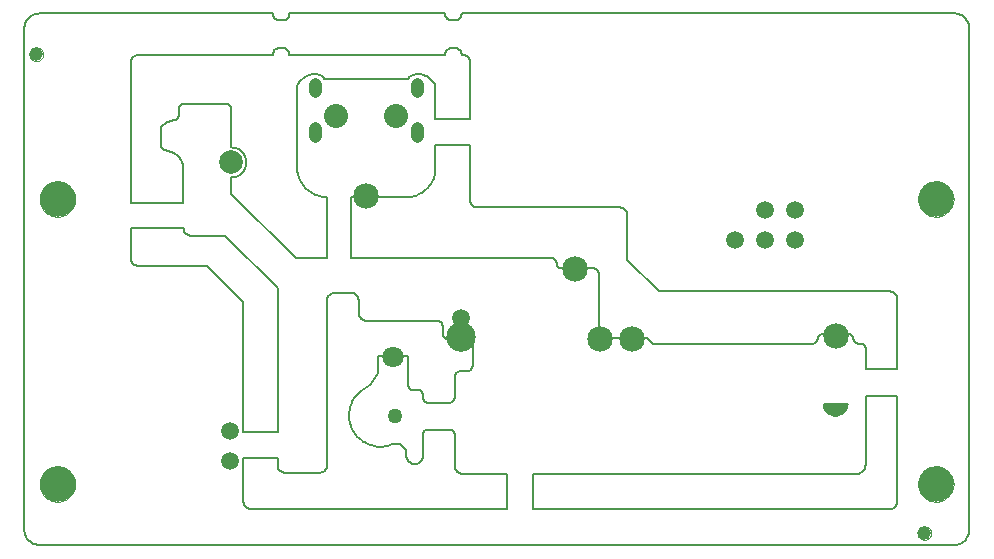
<source format=gbs>
G75*
G70*
%OFA0B0*%
%FSLAX24Y24*%
%IPPOS*%
%LPD*%
%AMOC8*
5,1,8,0,0,1.08239X$1,22.5*
%
%ADD10C,0.0050*%
%ADD11C,0.0000*%
%ADD12C,0.1181*%
%ADD13C,0.0004*%
%ADD14C,0.0433*%
%ADD15C,0.0709*%
%ADD16C,0.0500*%
%ADD17C,0.0850*%
%ADD18C,0.0984*%
%ADD19C,0.0591*%
%ADD20C,0.0454*%
%ADD21C,0.0787*%
%ADD22C,0.0800*%
D10*
X001427Y000927D02*
X031912Y000927D01*
X031957Y000928D01*
X032000Y000934D01*
X032044Y000943D01*
X032086Y000956D01*
X032127Y000972D01*
X032166Y000992D01*
X032204Y001015D01*
X032239Y001042D01*
X032272Y001071D01*
X032302Y001104D01*
X032329Y001138D01*
X032353Y001175D01*
X032374Y001214D01*
X032392Y001255D01*
X032405Y001297D01*
X032415Y001340D01*
X032422Y001383D01*
X032424Y001427D01*
X032423Y001427D02*
X032423Y018144D01*
X032424Y018145D02*
X032421Y018188D01*
X032415Y018232D01*
X032405Y018275D01*
X032391Y018317D01*
X032374Y018357D01*
X032353Y018396D01*
X032329Y018433D01*
X032302Y018468D01*
X032271Y018500D01*
X032239Y018529D01*
X032203Y018555D01*
X032166Y018579D01*
X032127Y018598D01*
X032086Y018615D01*
X032043Y018627D01*
X032000Y018636D01*
X031957Y018642D01*
X031912Y018643D01*
X031912Y018642D02*
X015500Y018642D01*
X015500Y018614D01*
X015496Y018586D01*
X015489Y018559D01*
X015478Y018533D01*
X015464Y018509D01*
X015447Y018487D01*
X015427Y018467D01*
X015405Y018450D01*
X015381Y018436D01*
X015355Y018425D01*
X015328Y018418D01*
X015300Y018414D01*
X015150Y018414D01*
X015122Y018418D01*
X015095Y018425D01*
X015069Y018436D01*
X015045Y018450D01*
X015023Y018467D01*
X015003Y018487D01*
X014986Y018509D01*
X014972Y018533D01*
X014961Y018559D01*
X014954Y018586D01*
X014950Y018614D01*
X014950Y018642D01*
X009762Y018642D01*
X009762Y018614D01*
X009758Y018586D01*
X009751Y018559D01*
X009740Y018533D01*
X009726Y018509D01*
X009709Y018487D01*
X009689Y018467D01*
X009667Y018450D01*
X009643Y018436D01*
X009617Y018425D01*
X009590Y018418D01*
X009562Y018414D01*
X009412Y018414D01*
X009413Y018414D02*
X009384Y018418D01*
X009357Y018425D01*
X009331Y018435D01*
X009306Y018449D01*
X009283Y018466D01*
X009263Y018486D01*
X009245Y018508D01*
X009231Y018533D01*
X009219Y018559D01*
X009212Y018586D01*
X009208Y018614D01*
X009207Y018642D01*
X001427Y018642D01*
X001383Y018640D01*
X001340Y018635D01*
X001298Y018625D01*
X001256Y018612D01*
X001216Y018596D01*
X001177Y018576D01*
X001141Y018552D01*
X001106Y018526D01*
X001074Y018497D01*
X001044Y018465D01*
X001018Y018430D01*
X000994Y018393D01*
X000974Y018355D01*
X000957Y018315D01*
X000944Y018273D01*
X000935Y018231D01*
X000929Y018187D01*
X000927Y018144D01*
X000927Y001427D01*
X000929Y001383D01*
X000935Y001340D01*
X000944Y001298D01*
X000957Y001256D01*
X000974Y001216D01*
X000994Y001177D01*
X001017Y001140D01*
X001044Y001106D01*
X001073Y001073D01*
X001106Y001044D01*
X001140Y001017D01*
X001177Y000994D01*
X001216Y000974D01*
X001256Y000957D01*
X001298Y000944D01*
X001340Y000935D01*
X001383Y000929D01*
X001427Y000927D01*
X008225Y002376D02*
X008225Y003826D01*
X009365Y003826D01*
X009365Y003586D01*
X009367Y003556D01*
X009372Y003526D01*
X009381Y003497D01*
X009394Y003470D01*
X009409Y003444D01*
X009428Y003420D01*
X009449Y003399D01*
X009473Y003380D01*
X009499Y003365D01*
X009526Y003352D01*
X009555Y003343D01*
X009585Y003338D01*
X009615Y003336D01*
X010765Y003336D01*
X010795Y003338D01*
X010825Y003343D01*
X010854Y003352D01*
X010881Y003365D01*
X010907Y003380D01*
X010931Y003399D01*
X010952Y003420D01*
X010971Y003444D01*
X010986Y003470D01*
X010999Y003497D01*
X011008Y003526D01*
X011013Y003556D01*
X011015Y003586D01*
X011015Y009086D01*
X011017Y009116D01*
X011022Y009146D01*
X011031Y009175D01*
X011044Y009202D01*
X011059Y009228D01*
X011078Y009252D01*
X011099Y009273D01*
X011123Y009292D01*
X011149Y009307D01*
X011176Y009320D01*
X011205Y009329D01*
X011235Y009334D01*
X011265Y009336D01*
X011815Y009336D01*
X011845Y009334D01*
X011875Y009329D01*
X011904Y009320D01*
X011931Y009307D01*
X011957Y009292D01*
X011981Y009273D01*
X012002Y009252D01*
X012021Y009228D01*
X012036Y009202D01*
X012049Y009175D01*
X012058Y009146D01*
X012063Y009116D01*
X012065Y009086D01*
X012065Y008686D01*
X012067Y008652D01*
X012073Y008619D01*
X012082Y008587D01*
X012095Y008556D01*
X012111Y008526D01*
X012130Y008499D01*
X012153Y008474D01*
X012178Y008451D01*
X012205Y008432D01*
X012235Y008416D01*
X012266Y008403D01*
X012298Y008394D01*
X012331Y008388D01*
X012365Y008386D01*
X014715Y008386D01*
X014738Y008384D01*
X014761Y008379D01*
X014783Y008370D01*
X014803Y008357D01*
X014821Y008342D01*
X014836Y008324D01*
X014849Y008304D01*
X014858Y008282D01*
X014863Y008259D01*
X014865Y008236D01*
X014865Y007986D01*
X014865Y007985D02*
X014868Y007957D01*
X014876Y007930D01*
X014887Y007904D01*
X014901Y007880D01*
X014919Y007858D01*
X014939Y007838D01*
X014961Y007821D01*
X014986Y007807D01*
X015012Y007796D01*
X015039Y007789D01*
X015067Y007785D01*
X015096Y007786D01*
X015665Y007786D01*
X015691Y007784D01*
X015717Y007779D01*
X015742Y007771D01*
X015765Y007759D01*
X015787Y007745D01*
X015806Y007727D01*
X015824Y007708D01*
X015838Y007686D01*
X015850Y007663D01*
X015858Y007638D01*
X015863Y007612D01*
X015865Y007586D01*
X015865Y006896D01*
X015861Y006869D01*
X015854Y006843D01*
X015843Y006818D01*
X015829Y006795D01*
X015812Y006774D01*
X015792Y006756D01*
X015769Y006741D01*
X015745Y006729D01*
X015719Y006721D01*
X015692Y006717D01*
X015665Y006716D01*
X015465Y006716D01*
X015439Y006714D01*
X015413Y006709D01*
X015388Y006701D01*
X015365Y006689D01*
X015343Y006675D01*
X015324Y006657D01*
X015306Y006638D01*
X015292Y006616D01*
X015280Y006593D01*
X015272Y006568D01*
X015267Y006542D01*
X015265Y006516D01*
X015265Y005830D01*
X015262Y005806D01*
X015256Y005784D01*
X015247Y005762D01*
X015235Y005742D01*
X015220Y005724D01*
X015203Y005708D01*
X015183Y005695D01*
X015162Y005685D01*
X015140Y005678D01*
X015117Y005674D01*
X015094Y005673D01*
X015093Y005673D02*
X014360Y005673D01*
X014360Y005674D02*
X014337Y005678D01*
X014315Y005685D01*
X014294Y005695D01*
X014275Y005708D01*
X014258Y005724D01*
X014244Y005742D01*
X014232Y005762D01*
X014223Y005783D01*
X014217Y005805D01*
X014214Y005828D01*
X014215Y005851D01*
X014215Y005913D01*
X014215Y005914D02*
X014215Y005937D01*
X014211Y005960D01*
X014205Y005982D01*
X014195Y006003D01*
X014183Y006022D01*
X014168Y006039D01*
X014150Y006054D01*
X014131Y006067D01*
X014110Y006076D01*
X014088Y006082D01*
X014065Y006086D01*
X013875Y006086D01*
X013875Y006087D02*
X013852Y006090D01*
X013830Y006097D01*
X013809Y006107D01*
X013789Y006120D01*
X013772Y006136D01*
X013756Y006153D01*
X013744Y006173D01*
X013735Y006195D01*
X013728Y006217D01*
X013725Y006240D01*
X013726Y006264D01*
X013725Y006263D02*
X013725Y007213D01*
X012725Y007213D01*
X012725Y006713D01*
X012704Y006656D01*
X012681Y006600D01*
X012654Y006546D01*
X012624Y006493D01*
X012592Y006442D01*
X012556Y006393D01*
X012518Y006346D01*
X012478Y006301D01*
X012435Y006258D01*
X012389Y006218D01*
X012341Y006181D01*
X012292Y006146D01*
X012240Y006114D01*
X012187Y006085D01*
X012187Y006086D02*
X012137Y006048D01*
X012089Y006007D01*
X012044Y005963D01*
X012002Y005917D01*
X011962Y005868D01*
X011926Y005816D01*
X011893Y005763D01*
X011863Y005708D01*
X011836Y005651D01*
X011813Y005592D01*
X011794Y005532D01*
X011778Y005471D01*
X011766Y005410D01*
X011757Y005347D01*
X011753Y005284D01*
X011752Y005222D01*
X011755Y005159D01*
X011762Y005096D01*
X011773Y005034D01*
X011787Y004973D01*
X011805Y004913D01*
X011827Y004854D01*
X011852Y004796D01*
X011881Y004740D01*
X011913Y004686D01*
X011948Y004634D01*
X011986Y004584D01*
X012027Y004536D01*
X012072Y004491D01*
X012118Y004449D01*
X012167Y004410D01*
X012219Y004374D01*
X012272Y004341D01*
X012328Y004311D01*
X012385Y004285D01*
X012443Y004262D01*
X012503Y004243D01*
X012564Y004227D01*
X012626Y004215D01*
X012688Y004207D01*
X012751Y004203D01*
X012814Y004202D01*
X012877Y004206D01*
X012939Y004213D01*
X013001Y004224D01*
X013063Y004238D01*
X013123Y004256D01*
X013182Y004278D01*
X013239Y004304D01*
X013240Y004303D02*
X013460Y004303D01*
X013660Y004103D01*
X013660Y003903D01*
X013659Y003903D02*
X013661Y003871D01*
X013666Y003839D01*
X013676Y003808D01*
X013689Y003778D01*
X013705Y003750D01*
X013724Y003724D01*
X013746Y003701D01*
X013771Y003680D01*
X013798Y003662D01*
X013827Y003648D01*
X013857Y003637D01*
X013889Y003629D01*
X013921Y003625D01*
X013953Y003625D01*
X013985Y003629D01*
X014017Y003637D01*
X014047Y003648D01*
X014076Y003662D01*
X014103Y003680D01*
X014128Y003701D01*
X014150Y003724D01*
X014169Y003750D01*
X014185Y003778D01*
X014198Y003808D01*
X014208Y003839D01*
X014213Y003871D01*
X014215Y003903D01*
X014215Y004625D01*
X014218Y004648D01*
X014225Y004670D01*
X014235Y004691D01*
X014248Y004711D01*
X014263Y004728D01*
X014281Y004743D01*
X014301Y004755D01*
X014322Y004765D01*
X014345Y004771D01*
X014368Y004774D01*
X014391Y004773D01*
X015115Y004773D01*
X015138Y004770D01*
X015160Y004763D01*
X015180Y004754D01*
X015200Y004742D01*
X015217Y004727D01*
X015232Y004710D01*
X015245Y004691D01*
X015254Y004670D01*
X015261Y004648D01*
X015264Y004626D01*
X015265Y004603D01*
X015265Y003586D01*
X015267Y003552D01*
X015273Y003519D01*
X015282Y003487D01*
X015295Y003456D01*
X015311Y003426D01*
X015330Y003399D01*
X015353Y003374D01*
X015378Y003351D01*
X015405Y003332D01*
X015435Y003316D01*
X015466Y003303D01*
X015498Y003294D01*
X015531Y003288D01*
X015565Y003286D01*
X017025Y003286D01*
X017025Y002126D01*
X008475Y002126D01*
X008445Y002128D01*
X008415Y002133D01*
X008386Y002142D01*
X008359Y002155D01*
X008333Y002170D01*
X008309Y002189D01*
X008288Y002210D01*
X008269Y002234D01*
X008254Y002260D01*
X008241Y002287D01*
X008232Y002316D01*
X008227Y002346D01*
X008225Y002376D01*
X008225Y004676D02*
X009365Y004676D01*
X009365Y009486D01*
X007615Y011236D01*
X006515Y011236D01*
X006485Y011235D01*
X006455Y011237D01*
X006426Y011243D01*
X006398Y011252D01*
X006370Y011263D01*
X006344Y011278D01*
X006320Y011296D01*
X006299Y011316D01*
X006279Y011339D01*
X006262Y011364D01*
X006248Y011390D01*
X006237Y011418D01*
X006230Y011447D01*
X006225Y011476D01*
X004475Y011476D01*
X004475Y010476D01*
X004477Y010446D01*
X004482Y010416D01*
X004491Y010387D01*
X004504Y010360D01*
X004519Y010334D01*
X004538Y010310D01*
X004559Y010289D01*
X004583Y010270D01*
X004609Y010255D01*
X004636Y010242D01*
X004665Y010233D01*
X004695Y010228D01*
X004725Y010226D01*
X007025Y010226D01*
X008225Y009026D01*
X008225Y004676D01*
X017875Y003286D02*
X017875Y002126D01*
X029775Y002126D01*
X029805Y002128D01*
X029835Y002133D01*
X029864Y002142D01*
X029891Y002155D01*
X029917Y002170D01*
X029941Y002189D01*
X029962Y002210D01*
X029981Y002234D01*
X029996Y002260D01*
X030009Y002287D01*
X030018Y002316D01*
X030023Y002346D01*
X030025Y002376D01*
X030025Y005901D01*
X028965Y005901D01*
X028965Y003636D01*
X028966Y003602D01*
X028963Y003568D01*
X028957Y003534D01*
X028947Y003502D01*
X028934Y003470D01*
X028918Y003440D01*
X028898Y003412D01*
X028876Y003386D01*
X028851Y003363D01*
X028824Y003342D01*
X028795Y003324D01*
X028764Y003310D01*
X028732Y003298D01*
X028699Y003290D01*
X028665Y003286D01*
X017875Y003286D01*
X021865Y007636D02*
X021665Y007836D01*
X020325Y007836D01*
X020295Y007838D01*
X020265Y007843D01*
X020236Y007852D01*
X020209Y007865D01*
X020183Y007880D01*
X020159Y007899D01*
X020138Y007920D01*
X020119Y007944D01*
X020104Y007970D01*
X020091Y007997D01*
X020082Y008026D01*
X020077Y008056D01*
X020075Y008086D01*
X020075Y009955D01*
X020072Y009983D01*
X020066Y010009D01*
X020056Y010035D01*
X020043Y010059D01*
X020027Y010081D01*
X020008Y010101D01*
X019986Y010118D01*
X019963Y010132D01*
X019938Y010143D01*
X019912Y010151D01*
X019885Y010155D01*
X019858Y010156D01*
X019858Y010155D02*
X018821Y010155D01*
X018798Y010157D01*
X018776Y010162D01*
X018755Y010170D01*
X018735Y010182D01*
X018718Y010197D01*
X018703Y010214D01*
X018690Y010234D01*
X018681Y010255D01*
X018676Y010277D01*
X018674Y010300D01*
X018675Y010299D02*
X018674Y010325D01*
X018670Y010349D01*
X018663Y010374D01*
X018652Y010396D01*
X018638Y010417D01*
X018621Y010436D01*
X018602Y010452D01*
X018580Y010466D01*
X018557Y010476D01*
X018533Y010483D01*
X018508Y010486D01*
X011825Y010486D01*
X011825Y012524D01*
X013725Y012524D01*
X013724Y012525D02*
X013785Y012530D01*
X013846Y012540D01*
X013905Y012553D01*
X013964Y012570D01*
X014022Y012590D01*
X014078Y012615D01*
X014132Y012642D01*
X014185Y012673D01*
X014235Y012708D01*
X014283Y012745D01*
X014329Y012786D01*
X014372Y012829D01*
X014413Y012875D01*
X014450Y012924D01*
X014484Y012974D01*
X014515Y013027D01*
X014542Y013082D01*
X014566Y013138D01*
X014586Y013196D01*
X014603Y013255D01*
X014616Y013314D01*
X014625Y013375D01*
X014625Y013374D02*
X014625Y014264D01*
X015785Y014264D01*
X015785Y012426D01*
X015787Y012396D01*
X015792Y012366D01*
X015801Y012337D01*
X015814Y012310D01*
X015829Y012284D01*
X015848Y012260D01*
X015869Y012239D01*
X015893Y012220D01*
X015919Y012205D01*
X015946Y012192D01*
X015975Y012183D01*
X016005Y012178D01*
X016035Y012176D01*
X020775Y012176D01*
X020805Y012174D01*
X020835Y012169D01*
X020864Y012160D01*
X020891Y012147D01*
X020917Y012132D01*
X020941Y012113D01*
X020962Y012092D01*
X020981Y012068D01*
X020996Y012042D01*
X021009Y012015D01*
X021018Y011986D01*
X021023Y011956D01*
X021025Y011926D01*
X021025Y010436D01*
X022075Y009376D01*
X029775Y009376D01*
X029805Y009374D01*
X029835Y009369D01*
X029864Y009360D01*
X029891Y009347D01*
X029917Y009332D01*
X029941Y009313D01*
X029962Y009292D01*
X029981Y009268D01*
X029996Y009242D01*
X030009Y009215D01*
X030018Y009186D01*
X030023Y009156D01*
X030025Y009126D01*
X030025Y006801D01*
X028965Y006801D01*
X028965Y007455D01*
X028966Y007479D01*
X028964Y007502D01*
X028958Y007524D01*
X028949Y007546D01*
X028938Y007566D01*
X028923Y007584D01*
X028906Y007600D01*
X028887Y007614D01*
X028866Y007624D01*
X028844Y007632D01*
X028822Y007636D01*
X028821Y007636D02*
X028758Y007636D01*
X028732Y007635D01*
X028706Y007639D01*
X028680Y007646D01*
X028656Y007657D01*
X028634Y007671D01*
X028614Y007688D01*
X028596Y007708D01*
X028582Y007730D01*
X028570Y007753D01*
X028563Y007779D01*
X028559Y007805D01*
X028558Y007805D02*
X028556Y007828D01*
X028551Y007851D01*
X028542Y007873D01*
X028529Y007893D01*
X028514Y007911D01*
X028496Y007926D01*
X028476Y007939D01*
X028454Y007948D01*
X028431Y007953D01*
X028408Y007955D01*
X027521Y007955D01*
X027498Y007953D01*
X027475Y007948D01*
X027453Y007939D01*
X027433Y007926D01*
X027415Y007911D01*
X027400Y007893D01*
X027387Y007873D01*
X027378Y007851D01*
X027373Y007828D01*
X027371Y007805D01*
X027367Y007779D01*
X027360Y007753D01*
X027348Y007730D01*
X027334Y007708D01*
X027316Y007688D01*
X027296Y007671D01*
X027274Y007657D01*
X027250Y007646D01*
X027224Y007639D01*
X027198Y007635D01*
X027172Y007636D01*
X027171Y007636D02*
X021865Y007636D01*
X027565Y005636D02*
X027572Y005562D01*
X027592Y005491D01*
X027625Y005425D01*
X027669Y005366D01*
X027724Y005316D01*
X027787Y005278D01*
X027855Y005251D01*
X027928Y005237D01*
X028002Y005237D01*
X028074Y005251D01*
X028143Y005278D01*
X028206Y005316D01*
X028260Y005366D01*
X028305Y005425D01*
X028338Y005491D01*
X028358Y005562D01*
X028365Y005636D01*
X027565Y005636D01*
X027565Y005632D02*
X028364Y005632D01*
X028360Y005583D02*
X027570Y005583D01*
X027579Y005535D02*
X028350Y005535D01*
X028335Y005486D02*
X027594Y005486D01*
X027618Y005438D02*
X028311Y005438D01*
X028278Y005389D02*
X027652Y005389D01*
X027697Y005341D02*
X028233Y005341D01*
X028167Y005292D02*
X027763Y005292D01*
X027893Y005244D02*
X028037Y005244D01*
X015785Y015114D02*
X014625Y015114D01*
X014625Y016238D01*
X014605Y016282D01*
X014581Y016324D01*
X014554Y016364D01*
X014524Y016402D01*
X014491Y016437D01*
X014455Y016470D01*
X014417Y016500D01*
X014377Y016527D01*
X014334Y016550D01*
X014290Y016570D01*
X014245Y016587D01*
X014198Y016600D01*
X014151Y016609D01*
X014103Y016614D01*
X014054Y016616D01*
X014006Y016614D01*
X013958Y016608D01*
X013911Y016598D01*
X013864Y016585D01*
X013819Y016568D01*
X013718Y016474D02*
X010928Y016474D01*
X010917Y016494D01*
X010903Y016513D01*
X010888Y016530D01*
X010870Y016545D01*
X010851Y016558D01*
X010831Y016568D01*
X010025Y016238D02*
X010025Y013374D01*
X010024Y013374D02*
X010034Y013315D01*
X010048Y013256D01*
X010066Y013198D01*
X010087Y013142D01*
X010111Y013087D01*
X010139Y013033D01*
X010170Y012982D01*
X010204Y012932D01*
X010240Y012884D01*
X010280Y012839D01*
X010322Y012796D01*
X010367Y012756D01*
X010415Y012719D01*
X010464Y012684D01*
X010515Y012653D01*
X010569Y012625D01*
X010623Y012600D01*
X010680Y012578D01*
X010737Y012560D01*
X010795Y012546D01*
X010855Y012535D01*
X010914Y012527D01*
X010974Y012524D01*
X010975Y012524D02*
X011025Y012524D01*
X011025Y010486D01*
X009965Y010486D01*
X007825Y012636D01*
X007825Y013176D01*
X007869Y013178D01*
X007912Y013184D01*
X007954Y013193D01*
X007996Y013206D01*
X008036Y013223D01*
X008075Y013243D01*
X008112Y013266D01*
X008146Y013293D01*
X008179Y013322D01*
X008208Y013355D01*
X008235Y013389D01*
X008258Y013426D01*
X008278Y013465D01*
X008295Y013505D01*
X008308Y013547D01*
X008317Y013589D01*
X008323Y013632D01*
X008325Y013676D01*
X008323Y013720D01*
X008317Y013763D01*
X008308Y013805D01*
X008295Y013847D01*
X008278Y013887D01*
X008258Y013926D01*
X008235Y013963D01*
X008208Y013997D01*
X008179Y014030D01*
X008146Y014059D01*
X008112Y014086D01*
X008075Y014109D01*
X008036Y014129D01*
X007996Y014146D01*
X007954Y014159D01*
X007912Y014168D01*
X007869Y014174D01*
X007825Y014176D01*
X007825Y015476D01*
X007823Y015499D01*
X007818Y015522D01*
X007809Y015544D01*
X007796Y015564D01*
X007781Y015582D01*
X007763Y015597D01*
X007743Y015610D01*
X007721Y015619D01*
X007698Y015624D01*
X007675Y015626D01*
X006225Y015626D01*
X006202Y015624D01*
X006179Y015619D01*
X006157Y015610D01*
X006137Y015597D01*
X006119Y015582D01*
X006104Y015564D01*
X006091Y015544D01*
X006082Y015522D01*
X006077Y015499D01*
X006075Y015476D01*
X006075Y015226D01*
X005925Y015076D02*
X005625Y014976D01*
X005599Y014967D01*
X005574Y014955D01*
X005551Y014939D01*
X005530Y014921D01*
X005512Y014900D01*
X005496Y014877D01*
X005484Y014852D01*
X005475Y014826D01*
X005475Y014226D01*
X005484Y014200D01*
X005496Y014175D01*
X005512Y014152D01*
X005530Y014131D01*
X005551Y014113D01*
X005574Y014097D01*
X005599Y014085D01*
X005625Y014076D01*
X005925Y013976D01*
X006225Y013526D02*
X006225Y012326D01*
X004475Y012326D01*
X004475Y017014D01*
X004477Y017044D01*
X004482Y017074D01*
X004491Y017103D01*
X004504Y017130D01*
X004519Y017156D01*
X004538Y017180D01*
X004559Y017201D01*
X004583Y017220D01*
X004609Y017235D01*
X004636Y017248D01*
X004665Y017257D01*
X004695Y017262D01*
X004725Y017264D01*
X009207Y017264D01*
X009207Y017265D02*
X009208Y017293D01*
X009212Y017321D01*
X009219Y017348D01*
X009231Y017374D01*
X009245Y017399D01*
X009263Y017421D01*
X009283Y017441D01*
X009306Y017458D01*
X009331Y017472D01*
X009357Y017482D01*
X009384Y017489D01*
X009413Y017493D01*
X009412Y017492D02*
X009562Y017492D01*
X009590Y017488D01*
X009617Y017481D01*
X009643Y017470D01*
X009667Y017456D01*
X009689Y017439D01*
X009709Y017419D01*
X009726Y017397D01*
X009740Y017373D01*
X009751Y017347D01*
X009758Y017320D01*
X009762Y017292D01*
X009762Y017264D01*
X014950Y017264D01*
X014950Y017292D01*
X014954Y017320D01*
X014961Y017347D01*
X014972Y017373D01*
X014986Y017397D01*
X015003Y017419D01*
X015023Y017439D01*
X015045Y017456D01*
X015069Y017470D01*
X015095Y017481D01*
X015122Y017488D01*
X015150Y017492D01*
X015300Y017492D01*
X015328Y017488D01*
X015355Y017481D01*
X015381Y017470D01*
X015405Y017456D01*
X015427Y017439D01*
X015447Y017419D01*
X015464Y017397D01*
X015478Y017373D01*
X015489Y017347D01*
X015496Y017320D01*
X015500Y017292D01*
X015500Y017264D01*
X015545Y017264D01*
X015574Y017262D01*
X015603Y017256D01*
X015632Y017246D01*
X015658Y017234D01*
X015683Y017218D01*
X015706Y017199D01*
X015727Y017178D01*
X015744Y017154D01*
X015759Y017128D01*
X015771Y017101D01*
X015779Y017073D01*
X015784Y017044D01*
X015785Y017014D01*
X015785Y015114D01*
X013818Y016568D02*
X013798Y016558D01*
X013778Y016545D01*
X013760Y016530D01*
X013744Y016513D01*
X013730Y016494D01*
X013719Y016474D01*
X010831Y016568D02*
X010786Y016585D01*
X010739Y016598D01*
X010692Y016608D01*
X010644Y016614D01*
X010596Y016616D01*
X010547Y016614D01*
X010499Y016609D01*
X010452Y016600D01*
X010405Y016587D01*
X010360Y016570D01*
X010316Y016550D01*
X010273Y016527D01*
X010233Y016500D01*
X010195Y016470D01*
X010159Y016437D01*
X010126Y016402D01*
X010096Y016364D01*
X010069Y016324D01*
X010045Y016282D01*
X010025Y016238D01*
X006075Y015226D02*
X006062Y015197D01*
X006046Y015171D01*
X006027Y015146D01*
X006005Y015124D01*
X005980Y015105D01*
X005954Y015089D01*
X005925Y015076D01*
X005925Y013976D02*
X005963Y013950D01*
X006000Y013922D01*
X006035Y013891D01*
X006067Y013857D01*
X006097Y013822D01*
X006125Y013784D01*
X006149Y013744D01*
X006170Y013703D01*
X006189Y013660D01*
X006204Y013616D01*
X006216Y013571D01*
X006225Y013526D01*
D11*
X001440Y012459D02*
X001442Y012507D01*
X001448Y012555D01*
X001458Y012602D01*
X001471Y012648D01*
X001489Y012693D01*
X001509Y012737D01*
X001534Y012779D01*
X001562Y012818D01*
X001592Y012855D01*
X001626Y012889D01*
X001663Y012921D01*
X001701Y012950D01*
X001742Y012975D01*
X001785Y012997D01*
X001830Y013015D01*
X001876Y013029D01*
X001923Y013040D01*
X001971Y013047D01*
X002019Y013050D01*
X002067Y013049D01*
X002115Y013044D01*
X002163Y013035D01*
X002209Y013023D01*
X002254Y013006D01*
X002298Y012986D01*
X002340Y012963D01*
X002380Y012936D01*
X002418Y012906D01*
X002453Y012873D01*
X002485Y012837D01*
X002515Y012799D01*
X002541Y012758D01*
X002563Y012715D01*
X002583Y012671D01*
X002598Y012626D01*
X002610Y012579D01*
X002618Y012531D01*
X002622Y012483D01*
X002622Y012435D01*
X002618Y012387D01*
X002610Y012339D01*
X002598Y012292D01*
X002583Y012247D01*
X002563Y012203D01*
X002541Y012160D01*
X002515Y012119D01*
X002485Y012081D01*
X002453Y012045D01*
X002418Y012012D01*
X002380Y011982D01*
X002340Y011955D01*
X002298Y011932D01*
X002254Y011912D01*
X002209Y011895D01*
X002163Y011883D01*
X002115Y011874D01*
X002067Y011869D01*
X002019Y011868D01*
X001971Y011871D01*
X001923Y011878D01*
X001876Y011889D01*
X001830Y011903D01*
X001785Y011921D01*
X001742Y011943D01*
X001701Y011968D01*
X001663Y011997D01*
X001626Y012029D01*
X001592Y012063D01*
X001562Y012100D01*
X001534Y012139D01*
X001509Y012181D01*
X001489Y012225D01*
X001471Y012270D01*
X001458Y012316D01*
X001448Y012363D01*
X001442Y012411D01*
X001440Y012459D01*
X001094Y017283D02*
X001096Y017313D01*
X001102Y017342D01*
X001111Y017370D01*
X001124Y017396D01*
X001141Y017421D01*
X001160Y017444D01*
X001183Y017463D01*
X001207Y017480D01*
X001234Y017493D01*
X001262Y017502D01*
X001291Y017508D01*
X001321Y017510D01*
X001351Y017508D01*
X001380Y017502D01*
X001408Y017493D01*
X001434Y017480D01*
X001459Y017463D01*
X001482Y017444D01*
X001501Y017421D01*
X001518Y017397D01*
X001531Y017370D01*
X001540Y017342D01*
X001546Y017313D01*
X001548Y017283D01*
X001546Y017253D01*
X001540Y017224D01*
X001531Y017196D01*
X001518Y017170D01*
X001501Y017145D01*
X001482Y017122D01*
X001459Y017103D01*
X001435Y017086D01*
X001408Y017073D01*
X001380Y017064D01*
X001351Y017058D01*
X001321Y017056D01*
X001291Y017058D01*
X001262Y017064D01*
X001234Y017073D01*
X001208Y017086D01*
X001183Y017103D01*
X001160Y017122D01*
X001141Y017145D01*
X001124Y017169D01*
X001111Y017196D01*
X001102Y017224D01*
X001096Y017253D01*
X001094Y017283D01*
X001440Y002959D02*
X001442Y003007D01*
X001448Y003055D01*
X001458Y003102D01*
X001471Y003148D01*
X001489Y003193D01*
X001509Y003237D01*
X001534Y003279D01*
X001562Y003318D01*
X001592Y003355D01*
X001626Y003389D01*
X001663Y003421D01*
X001701Y003450D01*
X001742Y003475D01*
X001785Y003497D01*
X001830Y003515D01*
X001876Y003529D01*
X001923Y003540D01*
X001971Y003547D01*
X002019Y003550D01*
X002067Y003549D01*
X002115Y003544D01*
X002163Y003535D01*
X002209Y003523D01*
X002254Y003506D01*
X002298Y003486D01*
X002340Y003463D01*
X002380Y003436D01*
X002418Y003406D01*
X002453Y003373D01*
X002485Y003337D01*
X002515Y003299D01*
X002541Y003258D01*
X002563Y003215D01*
X002583Y003171D01*
X002598Y003126D01*
X002610Y003079D01*
X002618Y003031D01*
X002622Y002983D01*
X002622Y002935D01*
X002618Y002887D01*
X002610Y002839D01*
X002598Y002792D01*
X002583Y002747D01*
X002563Y002703D01*
X002541Y002660D01*
X002515Y002619D01*
X002485Y002581D01*
X002453Y002545D01*
X002418Y002512D01*
X002380Y002482D01*
X002340Y002455D01*
X002298Y002432D01*
X002254Y002412D01*
X002209Y002395D01*
X002163Y002383D01*
X002115Y002374D01*
X002067Y002369D01*
X002019Y002368D01*
X001971Y002371D01*
X001923Y002378D01*
X001876Y002389D01*
X001830Y002403D01*
X001785Y002421D01*
X001742Y002443D01*
X001701Y002468D01*
X001663Y002497D01*
X001626Y002529D01*
X001592Y002563D01*
X001562Y002600D01*
X001534Y002639D01*
X001509Y002681D01*
X001489Y002725D01*
X001471Y002770D01*
X001458Y002816D01*
X001448Y002863D01*
X001442Y002911D01*
X001440Y002959D01*
X030698Y001321D02*
X030700Y001351D01*
X030706Y001380D01*
X030715Y001408D01*
X030728Y001434D01*
X030745Y001459D01*
X030764Y001482D01*
X030787Y001501D01*
X030811Y001518D01*
X030838Y001531D01*
X030866Y001540D01*
X030895Y001546D01*
X030925Y001548D01*
X030955Y001546D01*
X030984Y001540D01*
X031012Y001531D01*
X031038Y001518D01*
X031063Y001501D01*
X031086Y001482D01*
X031105Y001459D01*
X031122Y001435D01*
X031135Y001408D01*
X031144Y001380D01*
X031150Y001351D01*
X031152Y001321D01*
X031150Y001291D01*
X031144Y001262D01*
X031135Y001234D01*
X031122Y001208D01*
X031105Y001183D01*
X031086Y001160D01*
X031063Y001141D01*
X031039Y001124D01*
X031012Y001111D01*
X030984Y001102D01*
X030955Y001096D01*
X030925Y001094D01*
X030895Y001096D01*
X030866Y001102D01*
X030838Y001111D01*
X030812Y001124D01*
X030787Y001141D01*
X030764Y001160D01*
X030745Y001183D01*
X030728Y001207D01*
X030715Y001234D01*
X030706Y001262D01*
X030700Y001291D01*
X030698Y001321D01*
X030718Y002959D02*
X030720Y003007D01*
X030726Y003055D01*
X030736Y003102D01*
X030749Y003148D01*
X030767Y003193D01*
X030787Y003237D01*
X030812Y003279D01*
X030840Y003318D01*
X030870Y003355D01*
X030904Y003389D01*
X030941Y003421D01*
X030979Y003450D01*
X031020Y003475D01*
X031063Y003497D01*
X031108Y003515D01*
X031154Y003529D01*
X031201Y003540D01*
X031249Y003547D01*
X031297Y003550D01*
X031345Y003549D01*
X031393Y003544D01*
X031441Y003535D01*
X031487Y003523D01*
X031532Y003506D01*
X031576Y003486D01*
X031618Y003463D01*
X031658Y003436D01*
X031696Y003406D01*
X031731Y003373D01*
X031763Y003337D01*
X031793Y003299D01*
X031819Y003258D01*
X031841Y003215D01*
X031861Y003171D01*
X031876Y003126D01*
X031888Y003079D01*
X031896Y003031D01*
X031900Y002983D01*
X031900Y002935D01*
X031896Y002887D01*
X031888Y002839D01*
X031876Y002792D01*
X031861Y002747D01*
X031841Y002703D01*
X031819Y002660D01*
X031793Y002619D01*
X031763Y002581D01*
X031731Y002545D01*
X031696Y002512D01*
X031658Y002482D01*
X031618Y002455D01*
X031576Y002432D01*
X031532Y002412D01*
X031487Y002395D01*
X031441Y002383D01*
X031393Y002374D01*
X031345Y002369D01*
X031297Y002368D01*
X031249Y002371D01*
X031201Y002378D01*
X031154Y002389D01*
X031108Y002403D01*
X031063Y002421D01*
X031020Y002443D01*
X030979Y002468D01*
X030941Y002497D01*
X030904Y002529D01*
X030870Y002563D01*
X030840Y002600D01*
X030812Y002639D01*
X030787Y002681D01*
X030767Y002725D01*
X030749Y002770D01*
X030736Y002816D01*
X030726Y002863D01*
X030720Y002911D01*
X030718Y002959D01*
X030718Y012459D02*
X030720Y012507D01*
X030726Y012555D01*
X030736Y012602D01*
X030749Y012648D01*
X030767Y012693D01*
X030787Y012737D01*
X030812Y012779D01*
X030840Y012818D01*
X030870Y012855D01*
X030904Y012889D01*
X030941Y012921D01*
X030979Y012950D01*
X031020Y012975D01*
X031063Y012997D01*
X031108Y013015D01*
X031154Y013029D01*
X031201Y013040D01*
X031249Y013047D01*
X031297Y013050D01*
X031345Y013049D01*
X031393Y013044D01*
X031441Y013035D01*
X031487Y013023D01*
X031532Y013006D01*
X031576Y012986D01*
X031618Y012963D01*
X031658Y012936D01*
X031696Y012906D01*
X031731Y012873D01*
X031763Y012837D01*
X031793Y012799D01*
X031819Y012758D01*
X031841Y012715D01*
X031861Y012671D01*
X031876Y012626D01*
X031888Y012579D01*
X031896Y012531D01*
X031900Y012483D01*
X031900Y012435D01*
X031896Y012387D01*
X031888Y012339D01*
X031876Y012292D01*
X031861Y012247D01*
X031841Y012203D01*
X031819Y012160D01*
X031793Y012119D01*
X031763Y012081D01*
X031731Y012045D01*
X031696Y012012D01*
X031658Y011982D01*
X031618Y011955D01*
X031576Y011932D01*
X031532Y011912D01*
X031487Y011895D01*
X031441Y011883D01*
X031393Y011874D01*
X031345Y011869D01*
X031297Y011868D01*
X031249Y011871D01*
X031201Y011878D01*
X031154Y011889D01*
X031108Y011903D01*
X031063Y011921D01*
X031020Y011943D01*
X030979Y011968D01*
X030941Y011997D01*
X030904Y012029D01*
X030870Y012063D01*
X030840Y012100D01*
X030812Y012139D01*
X030787Y012181D01*
X030767Y012225D01*
X030749Y012270D01*
X030736Y012316D01*
X030726Y012363D01*
X030720Y012411D01*
X030718Y012459D01*
D12*
X031309Y012459D03*
X031309Y002959D03*
X002031Y002959D03*
X002031Y012459D03*
D13*
X010516Y014566D02*
X010516Y014810D01*
X010518Y014830D01*
X010523Y014849D01*
X010532Y014867D01*
X010544Y014883D01*
X010559Y014896D01*
X010576Y014907D01*
X010594Y014914D01*
X010614Y014918D01*
X010634Y014918D01*
X010654Y014914D01*
X010672Y014907D01*
X010689Y014896D01*
X010704Y014883D01*
X010716Y014867D01*
X010725Y014849D01*
X010730Y014830D01*
X010732Y014810D01*
X010732Y014566D01*
X010730Y014546D01*
X010725Y014527D01*
X010716Y014509D01*
X010704Y014493D01*
X010689Y014480D01*
X010672Y014469D01*
X010654Y014462D01*
X010634Y014458D01*
X010614Y014458D01*
X010594Y014462D01*
X010576Y014469D01*
X010559Y014480D01*
X010544Y014493D01*
X010532Y014509D01*
X010523Y014527D01*
X010518Y014546D01*
X010516Y014566D01*
X010516Y016062D02*
X010516Y016306D01*
X010518Y016326D01*
X010523Y016345D01*
X010532Y016363D01*
X010544Y016379D01*
X010559Y016392D01*
X010576Y016403D01*
X010594Y016410D01*
X010614Y016414D01*
X010634Y016414D01*
X010654Y016410D01*
X010672Y016403D01*
X010689Y016392D01*
X010704Y016379D01*
X010716Y016363D01*
X010725Y016345D01*
X010730Y016326D01*
X010732Y016306D01*
X010732Y016062D01*
X010730Y016042D01*
X010725Y016023D01*
X010716Y016005D01*
X010704Y015989D01*
X010689Y015976D01*
X010672Y015965D01*
X010654Y015958D01*
X010634Y015954D01*
X010614Y015954D01*
X010594Y015958D01*
X010576Y015965D01*
X010559Y015976D01*
X010544Y015989D01*
X010532Y016005D01*
X010523Y016023D01*
X010518Y016042D01*
X010516Y016062D01*
X013917Y016062D02*
X013917Y016306D01*
X013918Y016306D02*
X013920Y016326D01*
X013925Y016345D01*
X013934Y016363D01*
X013946Y016379D01*
X013961Y016392D01*
X013978Y016403D01*
X013996Y016410D01*
X014016Y016414D01*
X014036Y016414D01*
X014056Y016410D01*
X014074Y016403D01*
X014091Y016392D01*
X014106Y016379D01*
X014118Y016363D01*
X014127Y016345D01*
X014132Y016326D01*
X014134Y016306D01*
X014134Y016062D01*
X014132Y016042D01*
X014127Y016023D01*
X014118Y016005D01*
X014106Y015989D01*
X014091Y015976D01*
X014074Y015965D01*
X014056Y015958D01*
X014036Y015954D01*
X014016Y015954D01*
X013996Y015958D01*
X013978Y015965D01*
X013961Y015976D01*
X013946Y015989D01*
X013934Y016005D01*
X013925Y016023D01*
X013920Y016042D01*
X013918Y016062D01*
X013917Y014810D02*
X013917Y014566D01*
X013918Y014566D02*
X013920Y014546D01*
X013925Y014527D01*
X013934Y014509D01*
X013946Y014493D01*
X013961Y014480D01*
X013978Y014469D01*
X013996Y014462D01*
X014016Y014458D01*
X014036Y014458D01*
X014056Y014462D01*
X014074Y014469D01*
X014091Y014480D01*
X014106Y014493D01*
X014118Y014509D01*
X014127Y014527D01*
X014132Y014546D01*
X014134Y014566D01*
X014134Y014810D01*
X014132Y014830D01*
X014127Y014849D01*
X014118Y014867D01*
X014106Y014883D01*
X014091Y014896D01*
X014074Y014907D01*
X014056Y014914D01*
X014036Y014918D01*
X014016Y014918D01*
X013996Y014914D01*
X013978Y014907D01*
X013961Y014896D01*
X013946Y014883D01*
X013934Y014867D01*
X013925Y014849D01*
X013920Y014830D01*
X013918Y014810D01*
D14*
X014026Y014808D02*
X014026Y014808D01*
X014026Y014572D01*
X014026Y014572D01*
X014026Y014808D01*
X014026Y016304D02*
X014026Y016304D01*
X014026Y016068D01*
X014026Y016068D01*
X014026Y016304D01*
X010624Y016304D02*
X010624Y016304D01*
X010624Y016068D01*
X010624Y016068D01*
X010624Y016304D01*
X010624Y014808D02*
X010624Y014808D01*
X010624Y014572D01*
X010624Y014572D01*
X010624Y014808D01*
D15*
X013224Y007203D03*
D16*
X013265Y005216D03*
D17*
X020115Y007786D03*
X021165Y007786D03*
X019290Y010111D03*
X012325Y012574D03*
X027965Y007886D03*
D18*
X015496Y007842D03*
D19*
X015496Y008476D03*
X007771Y004724D03*
X007771Y003724D03*
X024628Y011076D03*
X025628Y011076D03*
X026628Y011076D03*
X026628Y012076D03*
X025628Y012076D03*
D20*
X030925Y001321D03*
X001321Y017283D03*
D21*
X007827Y013676D03*
D22*
X011325Y015224D03*
X013325Y015224D03*
M02*

</source>
